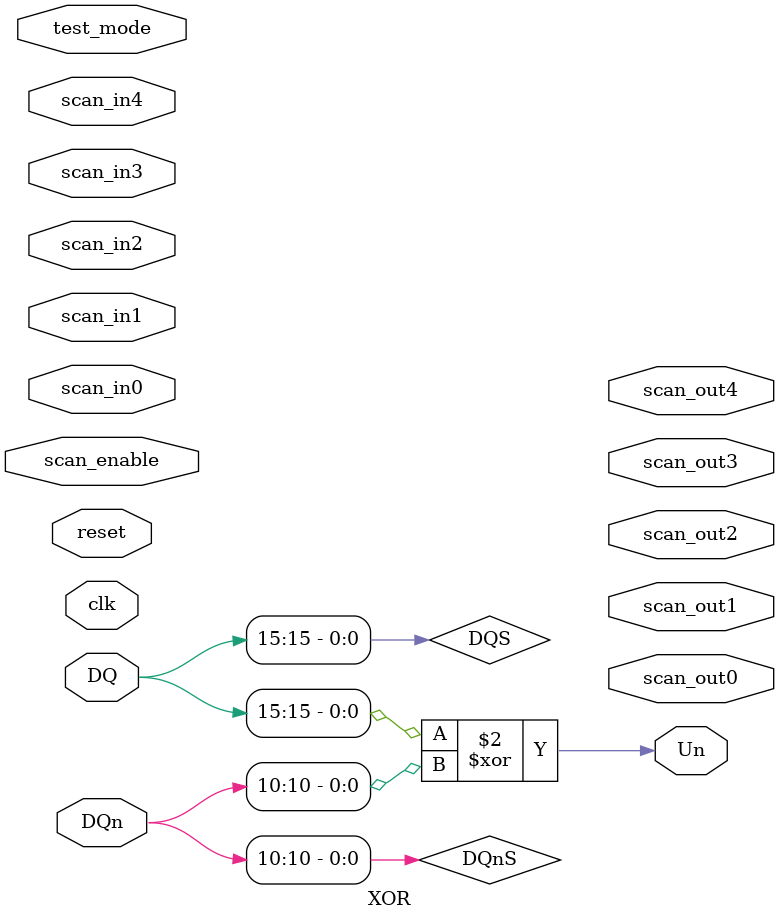
<source format=v>
/*

Description : One bit XOR of difference signal sign & delayed difference signal sign

Author : Ghassan Dharb

Revision History :
//----------------------------------------------------------------------------------
2/16/16 - by Ghassan Dharb - Initial creation
2/17/16 - by Adam Steenkamer - Added description, made some of the spacing uniform
//----------------------------------------------------------------------------------

*/


module XOR (
           reset,
           clk,
           scan_in0,
           scan_in1,
           scan_in2,
           scan_in3,
           scan_in4,
           scan_enable,
           test_mode,
           scan_out0,
           scan_out1,
           scan_out2,
           scan_out3,
           scan_out4,
           DQn,
           DQ,
           Un
       );

input
    reset,                      // system reset
    clk;                        // system clock

input
    scan_in0,                   // test scan mode data input
    scan_in1,                   // test scan mode data input
    scan_in2,                   // test scan mode data input
    scan_in3,                   // test scan mode data input
    scan_in4,                   // test scan mode data input
    scan_enable,                // test scan mode enable
    test_mode;                  // test mode 

input [15:0] DQ;
input [10:0] DQn;

output
    scan_out0,                  // test scan mode data output
    scan_out1,                  // test scan mode data output
    scan_out2,                  // test scan mode data output
    scan_out3,                  // test scan mode data output
    scan_out4,                  // test scan mode data output
    Un;

reg DQS;
reg DQnS;
reg Un;


always @ (DQn, DQ) begin
	DQS = DQ [15];       // DQS is the MSB of DQ
	DQnS = DQn [10];     // DQnS is the MSB of DQn
	Un = DQS ^ DQnS;     // 1 bit exclisive or
end

endmodule // XOR

</source>
